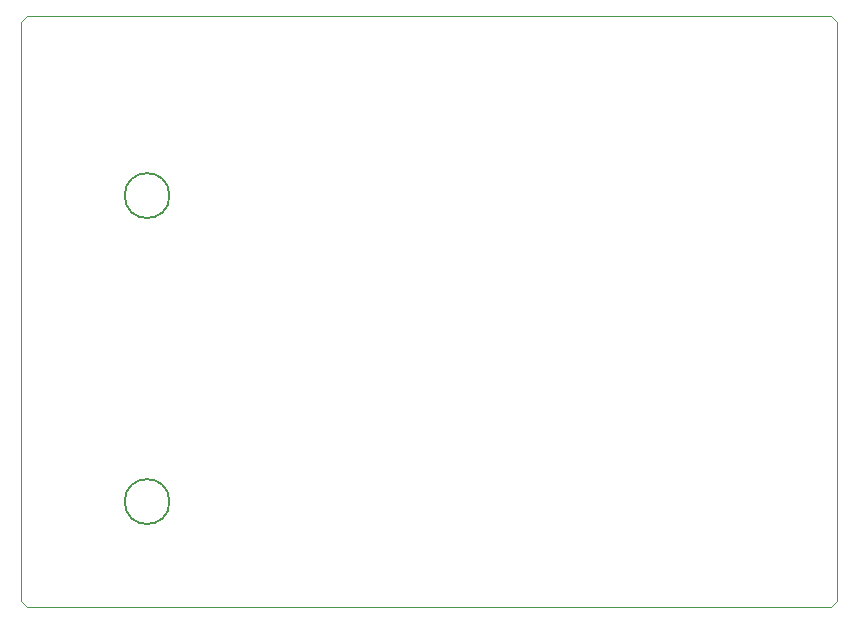
<source format=gbr>
%TF.GenerationSoftware,KiCad,Pcbnew,7.0.11-7.0.11~ubuntu22.04.1*%
%TF.CreationDate,2024-10-09T20:20:53-04:00*%
%TF.ProjectId,sub_rf_mod,7375625f-7266-45f6-9d6f-642e6b696361,rev?*%
%TF.SameCoordinates,Original*%
%TF.FileFunction,Other,Comment*%
%FSLAX46Y46*%
G04 Gerber Fmt 4.6, Leading zero omitted, Abs format (unit mm)*
G04 Created by KiCad (PCBNEW 7.0.11-7.0.11~ubuntu22.04.1) date 2024-10-09 20:20:53*
%MOMM*%
%LPD*%
G01*
G04 APERTURE LIST*
%ADD10C,0.150000*%
%TA.AperFunction,Profile*%
%ADD11C,0.100000*%
%TD*%
G04 APERTURE END LIST*
D10*
%TO.C,H17*%
X129662000Y-78486000D02*
G75*
G03*
X125862000Y-78486000I-1900000J0D01*
G01*
X125862000Y-78486000D02*
G75*
G03*
X129662000Y-78486000I1900000J0D01*
G01*
%TO.C,H16*%
X129662000Y-104394000D02*
G75*
G03*
X125862000Y-104394000I-1900000J0D01*
G01*
X125862000Y-104394000D02*
G75*
G03*
X129662000Y-104394000I1900000J0D01*
G01*
%TD*%
D11*
X186182000Y-112776000D02*
X186182000Y-63754000D01*
X185674000Y-113284000D02*
X186182000Y-112776000D01*
X117094000Y-112776000D02*
X117094000Y-63754000D01*
X117602000Y-63246000D02*
X117094000Y-63754000D01*
X117602000Y-63246000D02*
X185674000Y-63246000D01*
X117602000Y-113284000D02*
X185674000Y-113284000D01*
X117094000Y-112776000D02*
X117602000Y-113284000D01*
X185674000Y-63246000D02*
X186182000Y-63754000D01*
M02*

</source>
